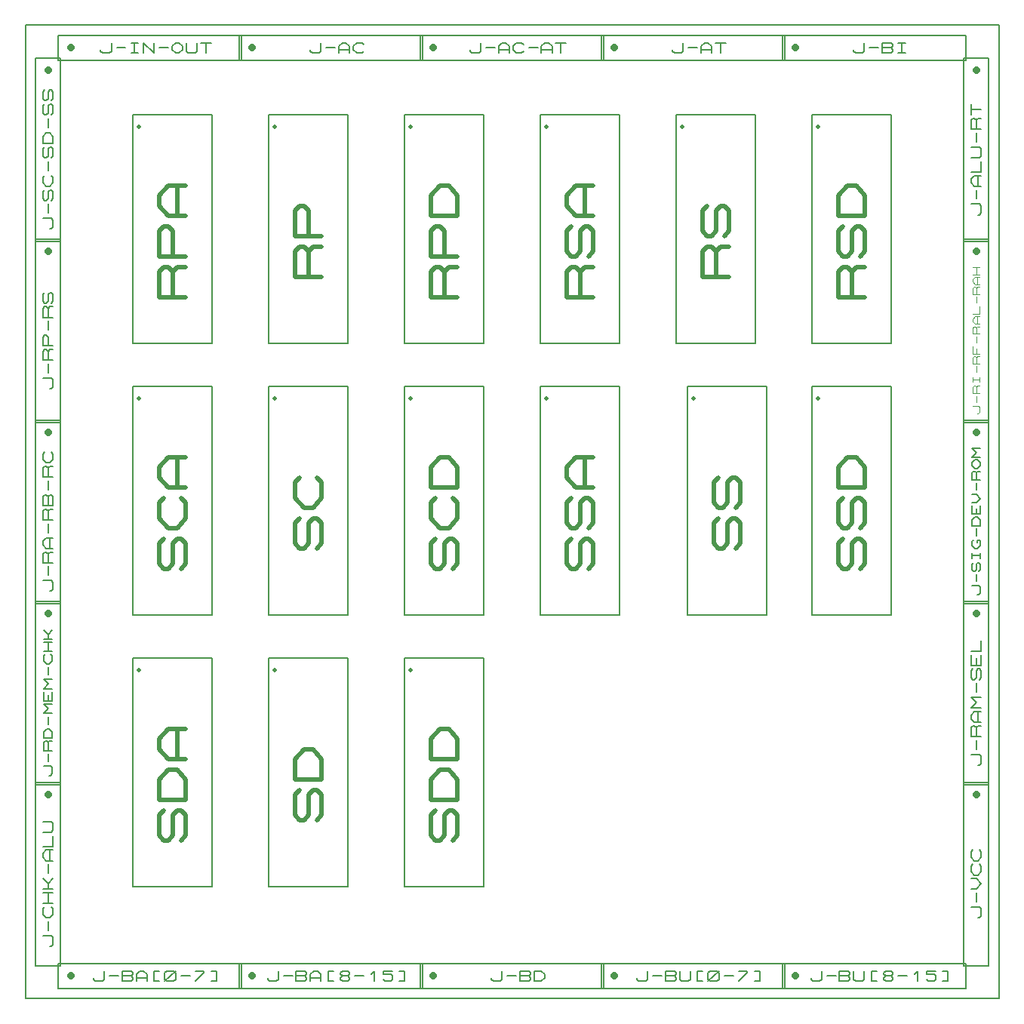
<source format=gbr>
G04 PROTEUS GERBER X2 FILE*
%TF.GenerationSoftware,Labcenter,Proteus,8.13-SP0-Build31525*%
%TF.CreationDate,2022-07-18T16:48:07+00:00*%
%TF.FileFunction,AssemblyDrawing,Top*%
%TF.FilePolarity,Positive*%
%TF.Part,Single*%
%TF.SameCoordinates,{41493df7-e33e-458f-ac9c-d164e56dbbe3}*%
%FSLAX45Y45*%
%MOMM*%
G01*
%TA.AperFunction,Profile*%
%ADD15C,0.203200*%
%TA.AperFunction,Material*%
%ADD16C,0.203200*%
%ADD20C,0.812800*%
%ADD21C,0.177800*%
%ADD22C,0.154510*%
%ADD23C,0.123610*%
%ADD24C,0.142630*%
%ADD25C,0.508000*%
%ADD26C,0.507080*%
%TD.AperFunction*%
D15*
X-5461000Y-5715000D02*
X+5461000Y-5715000D01*
X+5461000Y+5207000D01*
X-5461000Y+5207000D01*
X-5461000Y-5715000D01*
D16*
X-3058160Y+4815840D02*
X-1005840Y+4815840D01*
X-1005840Y+5090160D01*
X-3058160Y+5090160D01*
X-3058160Y+4815840D01*
D20*
X-2921000Y+4953000D02*
X-2921000Y+4953000D01*
D21*
X-2263140Y+4935220D02*
X-2263140Y+4917440D01*
X-2243138Y+4899660D01*
X-2163128Y+4899660D01*
X-2143125Y+4917440D01*
X-2143125Y+5006340D01*
X-2083118Y+4953000D02*
X-1983105Y+4953000D01*
X-1943100Y+4899660D02*
X-1943100Y+4970780D01*
X-1903095Y+5006340D01*
X-1863090Y+5006340D01*
X-1823085Y+4970780D01*
X-1823085Y+4899660D01*
X-1943100Y+4935220D02*
X-1823085Y+4935220D01*
X-1663065Y+4917440D02*
X-1683068Y+4899660D01*
X-1743075Y+4899660D01*
X-1783080Y+4935220D01*
X-1783080Y+4970780D01*
X-1743075Y+5006340D01*
X-1683068Y+5006340D01*
X-1663065Y+4988560D01*
D16*
X-1026160Y+4815840D02*
X+1026160Y+4815840D01*
X+1026160Y+5090160D01*
X-1026160Y+5090160D01*
X-1026160Y+4815840D01*
D20*
X-889000Y+4953000D02*
X-889000Y+4953000D01*
D21*
X-471170Y+4935220D02*
X-471170Y+4917440D01*
X-451168Y+4899660D01*
X-371158Y+4899660D01*
X-351155Y+4917440D01*
X-351155Y+5006340D01*
X-291148Y+4953000D02*
X-191135Y+4953000D01*
X-151130Y+4899660D02*
X-151130Y+4970780D01*
X-111125Y+5006340D01*
X-71120Y+5006340D01*
X-31115Y+4970780D01*
X-31115Y+4899660D01*
X-151130Y+4935220D02*
X-31115Y+4935220D01*
X+128905Y+4917440D02*
X+108902Y+4899660D01*
X+48895Y+4899660D01*
X+8890Y+4935220D01*
X+8890Y+4970780D01*
X+48895Y+5006340D01*
X+108902Y+5006340D01*
X+128905Y+4988560D01*
X+188912Y+4953000D02*
X+288925Y+4953000D01*
X+328930Y+4899660D02*
X+328930Y+4970780D01*
X+368935Y+5006340D01*
X+408940Y+5006340D01*
X+448945Y+4970780D01*
X+448945Y+4899660D01*
X+328930Y+4935220D02*
X+448945Y+4935220D01*
X+488950Y+5006340D02*
X+608965Y+5006340D01*
X+548957Y+5006340D02*
X+548957Y+4899660D01*
D16*
X+1005840Y+4815840D02*
X+3058160Y+4815840D01*
X+3058160Y+5090160D01*
X+1005840Y+5090160D01*
X+1005840Y+4815840D01*
D20*
X+1143000Y+4953000D02*
X+1143000Y+4953000D01*
D21*
X+1800860Y+4935220D02*
X+1800860Y+4917440D01*
X+1820862Y+4899660D01*
X+1900872Y+4899660D01*
X+1920875Y+4917440D01*
X+1920875Y+5006340D01*
X+1980882Y+4953000D02*
X+2080895Y+4953000D01*
X+2120900Y+4899660D02*
X+2120900Y+4970780D01*
X+2160905Y+5006340D01*
X+2200910Y+5006340D01*
X+2240915Y+4970780D01*
X+2240915Y+4899660D01*
X+2120900Y+4935220D02*
X+2240915Y+4935220D01*
X+2280920Y+5006340D02*
X+2400935Y+5006340D01*
X+2340927Y+5006340D02*
X+2340927Y+4899660D01*
D16*
X+3037840Y+4815840D02*
X+5090160Y+4815840D01*
X+5090160Y+5090160D01*
X+3037840Y+5090160D01*
X+3037840Y+4815840D01*
D20*
X+3175000Y+4953000D02*
X+3175000Y+4953000D01*
D21*
X+3832860Y+4935220D02*
X+3832860Y+4917440D01*
X+3852862Y+4899660D01*
X+3932872Y+4899660D01*
X+3952875Y+4917440D01*
X+3952875Y+5006340D01*
X+4012882Y+4953000D02*
X+4112895Y+4953000D01*
X+4152900Y+4899660D02*
X+4152900Y+5006340D01*
X+4252912Y+5006340D01*
X+4272915Y+4988560D01*
X+4272915Y+4970780D01*
X+4252912Y+4953000D01*
X+4272915Y+4935220D01*
X+4272915Y+4917440D01*
X+4252912Y+4899660D01*
X+4152900Y+4899660D01*
X+4152900Y+4953000D02*
X+4252912Y+4953000D01*
X+4332922Y+5006340D02*
X+4412932Y+5006340D01*
X+4372927Y+5006340D02*
X+4372927Y+4899660D01*
X+4332922Y+4899660D02*
X+4412932Y+4899660D01*
D16*
X-5090160Y+4815840D02*
X-3037840Y+4815840D01*
X-3037840Y+5090160D01*
X-5090160Y+5090160D01*
X-5090160Y+4815840D01*
D20*
X-4953000Y+4953000D02*
X-4953000Y+4953000D01*
D21*
X-4615180Y+4935220D02*
X-4615180Y+4917440D01*
X-4595178Y+4899660D01*
X-4515168Y+4899660D01*
X-4495165Y+4917440D01*
X-4495165Y+5006340D01*
X-4435158Y+4953000D02*
X-4335145Y+4953000D01*
X-4275138Y+5006340D02*
X-4195128Y+5006340D01*
X-4235133Y+5006340D02*
X-4235133Y+4899660D01*
X-4275138Y+4899660D02*
X-4195128Y+4899660D01*
X-4135120Y+4899660D02*
X-4135120Y+5006340D01*
X-4015105Y+4899660D01*
X-4015105Y+5006340D01*
X-3955098Y+4953000D02*
X-3855085Y+4953000D01*
X-3815080Y+4970780D02*
X-3775075Y+5006340D01*
X-3735070Y+5006340D01*
X-3695065Y+4970780D01*
X-3695065Y+4935220D01*
X-3735070Y+4899660D01*
X-3775075Y+4899660D01*
X-3815080Y+4935220D01*
X-3815080Y+4970780D01*
X-3655060Y+5006340D02*
X-3655060Y+4917440D01*
X-3635058Y+4899660D01*
X-3555048Y+4899660D01*
X-3535045Y+4917440D01*
X-3535045Y+5006340D01*
X-3495040Y+5006340D02*
X-3375025Y+5006340D01*
X-3435033Y+5006340D02*
X-3435033Y+4899660D01*
D16*
X-5090160Y-5598160D02*
X-3037840Y-5598160D01*
X-3037840Y-5323840D01*
X-5090160Y-5323840D01*
X-5090160Y-5598160D01*
D20*
X-4953000Y-5461000D02*
X-4953000Y-5461000D01*
D21*
X-4695190Y-5478780D02*
X-4695190Y-5496560D01*
X-4675188Y-5514340D01*
X-4595178Y-5514340D01*
X-4575175Y-5496560D01*
X-4575175Y-5407660D01*
X-4515168Y-5461000D02*
X-4415155Y-5461000D01*
X-4375150Y-5514340D02*
X-4375150Y-5407660D01*
X-4275138Y-5407660D01*
X-4255135Y-5425440D01*
X-4255135Y-5443220D01*
X-4275138Y-5461000D01*
X-4255135Y-5478780D01*
X-4255135Y-5496560D01*
X-4275138Y-5514340D01*
X-4375150Y-5514340D01*
X-4375150Y-5461000D02*
X-4275138Y-5461000D01*
X-4215130Y-5514340D02*
X-4215130Y-5443220D01*
X-4175125Y-5407660D01*
X-4135120Y-5407660D01*
X-4095115Y-5443220D01*
X-4095115Y-5514340D01*
X-4215130Y-5478780D02*
X-4095115Y-5478780D01*
X-3955098Y-5407660D02*
X-4015105Y-5407660D01*
X-4015105Y-5514340D01*
X-3955098Y-5514340D01*
X-3895090Y-5496560D02*
X-3895090Y-5425440D01*
X-3875088Y-5407660D01*
X-3795078Y-5407660D01*
X-3775075Y-5425440D01*
X-3775075Y-5496560D01*
X-3795078Y-5514340D01*
X-3875088Y-5514340D01*
X-3895090Y-5496560D01*
X-3895090Y-5514340D02*
X-3775075Y-5407660D01*
X-3715068Y-5461000D02*
X-3615055Y-5461000D01*
X-3555048Y-5407660D02*
X-3455035Y-5407660D01*
X-3455035Y-5425440D01*
X-3555048Y-5514340D01*
X-3375025Y-5407660D02*
X-3315018Y-5407660D01*
X-3315018Y-5514340D01*
X-3375025Y-5514340D01*
D16*
X-3058160Y-5598160D02*
X-1005840Y-5598160D01*
X-1005840Y-5323840D01*
X-3058160Y-5323840D01*
X-3058160Y-5598160D01*
D20*
X-2921000Y-5461000D02*
X-2921000Y-5461000D01*
D21*
X-2743200Y-5478780D02*
X-2743200Y-5496560D01*
X-2723198Y-5514340D01*
X-2643188Y-5514340D01*
X-2623185Y-5496560D01*
X-2623185Y-5407660D01*
X-2563178Y-5461000D02*
X-2463165Y-5461000D01*
X-2423160Y-5514340D02*
X-2423160Y-5407660D01*
X-2323148Y-5407660D01*
X-2303145Y-5425440D01*
X-2303145Y-5443220D01*
X-2323148Y-5461000D01*
X-2303145Y-5478780D01*
X-2303145Y-5496560D01*
X-2323148Y-5514340D01*
X-2423160Y-5514340D01*
X-2423160Y-5461000D02*
X-2323148Y-5461000D01*
X-2263140Y-5514340D02*
X-2263140Y-5443220D01*
X-2223135Y-5407660D01*
X-2183130Y-5407660D01*
X-2143125Y-5443220D01*
X-2143125Y-5514340D01*
X-2263140Y-5478780D02*
X-2143125Y-5478780D01*
X-2003108Y-5407660D02*
X-2063115Y-5407660D01*
X-2063115Y-5514340D01*
X-2003108Y-5514340D01*
X-1903095Y-5461000D02*
X-1923098Y-5443220D01*
X-1923098Y-5425440D01*
X-1903095Y-5407660D01*
X-1843088Y-5407660D01*
X-1823085Y-5425440D01*
X-1823085Y-5443220D01*
X-1843088Y-5461000D01*
X-1903095Y-5461000D01*
X-1923098Y-5478780D01*
X-1923098Y-5496560D01*
X-1903095Y-5514340D01*
X-1843088Y-5514340D01*
X-1823085Y-5496560D01*
X-1823085Y-5478780D01*
X-1843088Y-5461000D01*
X-1763078Y-5461000D02*
X-1663065Y-5461000D01*
X-1583055Y-5443220D02*
X-1543050Y-5407660D01*
X-1543050Y-5514340D01*
X-1343025Y-5407660D02*
X-1443038Y-5407660D01*
X-1443038Y-5443220D01*
X-1363028Y-5443220D01*
X-1343025Y-5461000D01*
X-1343025Y-5496560D01*
X-1363028Y-5514340D01*
X-1423035Y-5514340D01*
X-1443038Y-5496560D01*
X-1263015Y-5407660D02*
X-1203008Y-5407660D01*
X-1203008Y-5514340D01*
X-1263015Y-5514340D01*
D16*
X-1026160Y-5598160D02*
X+1026160Y-5598160D01*
X+1026160Y-5323840D01*
X-1026160Y-5323840D01*
X-1026160Y-5598160D01*
D20*
X-889000Y-5461000D02*
X-889000Y-5461000D01*
D21*
X-231140Y-5478780D02*
X-231140Y-5496560D01*
X-211138Y-5514340D01*
X-131128Y-5514340D01*
X-111125Y-5496560D01*
X-111125Y-5407660D01*
X-51118Y-5461000D02*
X+48895Y-5461000D01*
X+88900Y-5514340D02*
X+88900Y-5407660D01*
X+188912Y-5407660D01*
X+208915Y-5425440D01*
X+208915Y-5443220D01*
X+188912Y-5461000D01*
X+208915Y-5478780D01*
X+208915Y-5496560D01*
X+188912Y-5514340D01*
X+88900Y-5514340D01*
X+88900Y-5461000D02*
X+188912Y-5461000D01*
X+248920Y-5514340D02*
X+248920Y-5407660D01*
X+328930Y-5407660D01*
X+368935Y-5443220D01*
X+368935Y-5478780D01*
X+328930Y-5514340D01*
X+248920Y-5514340D01*
D16*
X+1005840Y-5598160D02*
X+3058160Y-5598160D01*
X+3058160Y-5323840D01*
X+1005840Y-5323840D01*
X+1005840Y-5598160D01*
D20*
X+1143000Y-5461000D02*
X+1143000Y-5461000D01*
D21*
X+1400810Y-5478780D02*
X+1400810Y-5496560D01*
X+1420812Y-5514340D01*
X+1500822Y-5514340D01*
X+1520825Y-5496560D01*
X+1520825Y-5407660D01*
X+1580832Y-5461000D02*
X+1680845Y-5461000D01*
X+1720850Y-5514340D02*
X+1720850Y-5407660D01*
X+1820862Y-5407660D01*
X+1840865Y-5425440D01*
X+1840865Y-5443220D01*
X+1820862Y-5461000D01*
X+1840865Y-5478780D01*
X+1840865Y-5496560D01*
X+1820862Y-5514340D01*
X+1720850Y-5514340D01*
X+1720850Y-5461000D02*
X+1820862Y-5461000D01*
X+1880870Y-5407660D02*
X+1880870Y-5496560D01*
X+1900872Y-5514340D01*
X+1980882Y-5514340D01*
X+2000885Y-5496560D01*
X+2000885Y-5407660D01*
X+2140902Y-5407660D02*
X+2080895Y-5407660D01*
X+2080895Y-5514340D01*
X+2140902Y-5514340D01*
X+2200910Y-5496560D02*
X+2200910Y-5425440D01*
X+2220912Y-5407660D01*
X+2300922Y-5407660D01*
X+2320925Y-5425440D01*
X+2320925Y-5496560D01*
X+2300922Y-5514340D01*
X+2220912Y-5514340D01*
X+2200910Y-5496560D01*
X+2200910Y-5514340D02*
X+2320925Y-5407660D01*
X+2380932Y-5461000D02*
X+2480945Y-5461000D01*
X+2540952Y-5407660D02*
X+2640965Y-5407660D01*
X+2640965Y-5425440D01*
X+2540952Y-5514340D01*
X+2720975Y-5407660D02*
X+2780982Y-5407660D01*
X+2780982Y-5514340D01*
X+2720975Y-5514340D01*
D16*
X+3037840Y-5598160D02*
X+5090160Y-5598160D01*
X+5090160Y-5323840D01*
X+3037840Y-5323840D01*
X+3037840Y-5598160D01*
D20*
X+3175000Y-5461000D02*
X+3175000Y-5461000D01*
D21*
X+3352800Y-5478780D02*
X+3352800Y-5496560D01*
X+3372802Y-5514340D01*
X+3452812Y-5514340D01*
X+3472815Y-5496560D01*
X+3472815Y-5407660D01*
X+3532822Y-5461000D02*
X+3632835Y-5461000D01*
X+3672840Y-5514340D02*
X+3672840Y-5407660D01*
X+3772852Y-5407660D01*
X+3792855Y-5425440D01*
X+3792855Y-5443220D01*
X+3772852Y-5461000D01*
X+3792855Y-5478780D01*
X+3792855Y-5496560D01*
X+3772852Y-5514340D01*
X+3672840Y-5514340D01*
X+3672840Y-5461000D02*
X+3772852Y-5461000D01*
X+3832860Y-5407660D02*
X+3832860Y-5496560D01*
X+3852862Y-5514340D01*
X+3932872Y-5514340D01*
X+3952875Y-5496560D01*
X+3952875Y-5407660D01*
X+4092892Y-5407660D02*
X+4032885Y-5407660D01*
X+4032885Y-5514340D01*
X+4092892Y-5514340D01*
X+4192905Y-5461000D02*
X+4172902Y-5443220D01*
X+4172902Y-5425440D01*
X+4192905Y-5407660D01*
X+4252912Y-5407660D01*
X+4272915Y-5425440D01*
X+4272915Y-5443220D01*
X+4252912Y-5461000D01*
X+4192905Y-5461000D01*
X+4172902Y-5478780D01*
X+4172902Y-5496560D01*
X+4192905Y-5514340D01*
X+4252912Y-5514340D01*
X+4272915Y-5496560D01*
X+4272915Y-5478780D01*
X+4252912Y-5461000D01*
X+4332922Y-5461000D02*
X+4432935Y-5461000D01*
X+4512945Y-5443220D02*
X+4552950Y-5407660D01*
X+4552950Y-5514340D01*
X+4752975Y-5407660D02*
X+4652962Y-5407660D01*
X+4652962Y-5443220D01*
X+4732972Y-5443220D01*
X+4752975Y-5461000D01*
X+4752975Y-5496560D01*
X+4732972Y-5514340D01*
X+4672965Y-5514340D01*
X+4652962Y-5496560D01*
X+4832985Y-5407660D02*
X+4892992Y-5407660D01*
X+4892992Y-5514340D01*
X+4832985Y-5514340D01*
D16*
X-5344160Y+2783840D02*
X-5069840Y+2783840D01*
X-5069840Y+4836160D01*
X-5344160Y+4836160D01*
X-5344160Y+2783840D01*
D20*
X-5207000Y+4699000D02*
X-5207000Y+4699000D01*
D21*
X-5189220Y+2921000D02*
X-5171440Y+2921000D01*
X-5153660Y+2941002D01*
X-5153660Y+3021012D01*
X-5171440Y+3041015D01*
X-5260340Y+3041015D01*
X-5207000Y+3101022D02*
X-5207000Y+3201035D01*
X-5171440Y+3241040D02*
X-5153660Y+3261042D01*
X-5153660Y+3341052D01*
X-5171440Y+3361055D01*
X-5189220Y+3361055D01*
X-5207000Y+3341052D01*
X-5207000Y+3261042D01*
X-5224780Y+3241040D01*
X-5242560Y+3241040D01*
X-5260340Y+3261042D01*
X-5260340Y+3341052D01*
X-5242560Y+3361055D01*
X-5171440Y+3521075D02*
X-5153660Y+3501072D01*
X-5153660Y+3441065D01*
X-5189220Y+3401060D01*
X-5224780Y+3401060D01*
X-5260340Y+3441065D01*
X-5260340Y+3501072D01*
X-5242560Y+3521075D01*
X-5207000Y+3581082D02*
X-5207000Y+3681095D01*
X-5171440Y+3721100D02*
X-5153660Y+3741102D01*
X-5153660Y+3821112D01*
X-5171440Y+3841115D01*
X-5189220Y+3841115D01*
X-5207000Y+3821112D01*
X-5207000Y+3741102D01*
X-5224780Y+3721100D01*
X-5242560Y+3721100D01*
X-5260340Y+3741102D01*
X-5260340Y+3821112D01*
X-5242560Y+3841115D01*
X-5153660Y+3881120D02*
X-5260340Y+3881120D01*
X-5260340Y+3961130D01*
X-5224780Y+4001135D01*
X-5189220Y+4001135D01*
X-5153660Y+3961130D01*
X-5153660Y+3881120D01*
X-5207000Y+4061142D02*
X-5207000Y+4161155D01*
X-5171440Y+4201160D02*
X-5153660Y+4221162D01*
X-5153660Y+4301172D01*
X-5171440Y+4321175D01*
X-5189220Y+4321175D01*
X-5207000Y+4301172D01*
X-5207000Y+4221162D01*
X-5224780Y+4201160D01*
X-5242560Y+4201160D01*
X-5260340Y+4221162D01*
X-5260340Y+4301172D01*
X-5242560Y+4321175D01*
X-5171440Y+4361180D02*
X-5153660Y+4381182D01*
X-5153660Y+4461192D01*
X-5171440Y+4481195D01*
X-5189220Y+4481195D01*
X-5207000Y+4461192D01*
X-5207000Y+4381182D01*
X-5224780Y+4361180D01*
X-5242560Y+4361180D01*
X-5260340Y+4381182D01*
X-5260340Y+4461192D01*
X-5242560Y+4481195D01*
D16*
X-5344160Y+751840D02*
X-5069840Y+751840D01*
X-5069840Y+2804160D01*
X-5344160Y+2804160D01*
X-5344160Y+751840D01*
D20*
X-5207000Y+2667000D02*
X-5207000Y+2667000D01*
D21*
X-5189220Y+1129030D02*
X-5171440Y+1129030D01*
X-5153660Y+1149032D01*
X-5153660Y+1229042D01*
X-5171440Y+1249045D01*
X-5260340Y+1249045D01*
X-5207000Y+1309052D02*
X-5207000Y+1409065D01*
X-5153660Y+1449070D02*
X-5260340Y+1449070D01*
X-5260340Y+1549082D01*
X-5242560Y+1569085D01*
X-5224780Y+1569085D01*
X-5207000Y+1549082D01*
X-5207000Y+1449070D01*
X-5207000Y+1549082D02*
X-5189220Y+1569085D01*
X-5153660Y+1569085D01*
X-5153660Y+1609090D02*
X-5260340Y+1609090D01*
X-5260340Y+1709102D01*
X-5242560Y+1729105D01*
X-5224780Y+1729105D01*
X-5207000Y+1709102D01*
X-5207000Y+1609090D01*
X-5207000Y+1789112D02*
X-5207000Y+1889125D01*
X-5153660Y+1929130D02*
X-5260340Y+1929130D01*
X-5260340Y+2029142D01*
X-5242560Y+2049145D01*
X-5224780Y+2049145D01*
X-5207000Y+2029142D01*
X-5207000Y+1929130D01*
X-5207000Y+2029142D02*
X-5189220Y+2049145D01*
X-5153660Y+2049145D01*
X-5171440Y+2089150D02*
X-5153660Y+2109152D01*
X-5153660Y+2189162D01*
X-5171440Y+2209165D01*
X-5189220Y+2209165D01*
X-5207000Y+2189162D01*
X-5207000Y+2109152D01*
X-5224780Y+2089150D01*
X-5242560Y+2089150D01*
X-5260340Y+2109152D01*
X-5260340Y+2189162D01*
X-5242560Y+2209165D01*
D16*
X-5344160Y-1280160D02*
X-5069840Y-1280160D01*
X-5069840Y+772160D01*
X-5344160Y+772160D01*
X-5344160Y-1280160D01*
D20*
X-5207000Y+635000D02*
X-5207000Y+635000D01*
D21*
X-5189220Y-1143000D02*
X-5171440Y-1143000D01*
X-5153660Y-1122998D01*
X-5153660Y-1042988D01*
X-5171440Y-1022985D01*
X-5260340Y-1022985D01*
X-5207000Y-962978D02*
X-5207000Y-862965D01*
X-5153660Y-822960D02*
X-5260340Y-822960D01*
X-5260340Y-722948D01*
X-5242560Y-702945D01*
X-5224780Y-702945D01*
X-5207000Y-722948D01*
X-5207000Y-822960D01*
X-5207000Y-722948D02*
X-5189220Y-702945D01*
X-5153660Y-702945D01*
X-5153660Y-662940D02*
X-5224780Y-662940D01*
X-5260340Y-622935D01*
X-5260340Y-582930D01*
X-5224780Y-542925D01*
X-5153660Y-542925D01*
X-5189220Y-662940D02*
X-5189220Y-542925D01*
X-5207000Y-482918D02*
X-5207000Y-382905D01*
X-5153660Y-342900D02*
X-5260340Y-342900D01*
X-5260340Y-242888D01*
X-5242560Y-222885D01*
X-5224780Y-222885D01*
X-5207000Y-242888D01*
X-5207000Y-342900D01*
X-5207000Y-242888D02*
X-5189220Y-222885D01*
X-5153660Y-222885D01*
X-5153660Y-182880D02*
X-5260340Y-182880D01*
X-5260340Y-82868D01*
X-5242560Y-62865D01*
X-5224780Y-62865D01*
X-5207000Y-82868D01*
X-5189220Y-62865D01*
X-5171440Y-62865D01*
X-5153660Y-82868D01*
X-5153660Y-182880D01*
X-5207000Y-182880D02*
X-5207000Y-82868D01*
X-5207000Y-2858D02*
X-5207000Y+97155D01*
X-5153660Y+137160D02*
X-5260340Y+137160D01*
X-5260340Y+237172D01*
X-5242560Y+257175D01*
X-5224780Y+257175D01*
X-5207000Y+237172D01*
X-5207000Y+137160D01*
X-5207000Y+237172D02*
X-5189220Y+257175D01*
X-5153660Y+257175D01*
X-5171440Y+417195D02*
X-5153660Y+397192D01*
X-5153660Y+337185D01*
X-5189220Y+297180D01*
X-5224780Y+297180D01*
X-5260340Y+337185D01*
X-5260340Y+397192D01*
X-5242560Y+417195D01*
D16*
X-5344160Y-3312160D02*
X-5069840Y-3312160D01*
X-5069840Y-1259840D01*
X-5344160Y-1259840D01*
X-5344160Y-3312160D01*
D20*
X-5207000Y-1397000D02*
X-5207000Y-1397000D01*
D22*
X-5191548Y-3209284D02*
X-5176096Y-3209284D01*
X-5160645Y-3191901D01*
X-5160645Y-3122369D01*
X-5176096Y-3104986D01*
X-5253354Y-3104986D01*
X-5207000Y-3052837D02*
X-5207000Y-2965922D01*
X-5160645Y-2931156D02*
X-5253354Y-2931156D01*
X-5253354Y-2844241D01*
X-5237903Y-2826858D01*
X-5222451Y-2826858D01*
X-5207000Y-2844241D01*
X-5207000Y-2931156D01*
X-5207000Y-2844241D02*
X-5191548Y-2826858D01*
X-5160645Y-2826858D01*
X-5160645Y-2792092D02*
X-5253354Y-2792092D01*
X-5253354Y-2722560D01*
X-5222451Y-2687794D01*
X-5191548Y-2687794D01*
X-5160645Y-2722560D01*
X-5160645Y-2792092D01*
X-5207000Y-2635645D02*
X-5207000Y-2548730D01*
X-5160645Y-2513964D02*
X-5253354Y-2513964D01*
X-5207000Y-2461815D01*
X-5253354Y-2409666D01*
X-5160645Y-2409666D01*
X-5160645Y-2270602D02*
X-5160645Y-2374900D01*
X-5253354Y-2374900D01*
X-5253354Y-2270602D01*
X-5207000Y-2374900D02*
X-5207000Y-2305368D01*
X-5160645Y-2235836D02*
X-5253354Y-2235836D01*
X-5207000Y-2183687D01*
X-5253354Y-2131538D01*
X-5160645Y-2131538D01*
X-5207000Y-2079389D02*
X-5207000Y-1992474D01*
X-5176096Y-1853410D02*
X-5160645Y-1870793D01*
X-5160645Y-1922942D01*
X-5191548Y-1957708D01*
X-5222451Y-1957708D01*
X-5253354Y-1922942D01*
X-5253354Y-1870793D01*
X-5237903Y-1853410D01*
X-5160645Y-1818644D02*
X-5253354Y-1818644D01*
X-5253354Y-1714346D02*
X-5160645Y-1714346D01*
X-5207000Y-1818644D02*
X-5207000Y-1714346D01*
X-5253354Y-1679580D02*
X-5160645Y-1679580D01*
X-5253354Y-1575282D02*
X-5207000Y-1627431D01*
X-5160645Y-1575282D01*
X-5207000Y-1679580D02*
X-5207000Y-1627431D01*
D16*
X-5344160Y-5344160D02*
X-5069840Y-5344160D01*
X-5069840Y-3291840D01*
X-5344160Y-3291840D01*
X-5344160Y-5344160D01*
D20*
X-5207000Y-3429000D02*
X-5207000Y-3429000D01*
D21*
X-5189220Y-5126990D02*
X-5171440Y-5126990D01*
X-5153660Y-5106988D01*
X-5153660Y-5026978D01*
X-5171440Y-5006975D01*
X-5260340Y-5006975D01*
X-5207000Y-4946968D02*
X-5207000Y-4846955D01*
X-5171440Y-4686935D02*
X-5153660Y-4706938D01*
X-5153660Y-4766945D01*
X-5189220Y-4806950D01*
X-5224780Y-4806950D01*
X-5260340Y-4766945D01*
X-5260340Y-4706938D01*
X-5242560Y-4686935D01*
X-5153660Y-4646930D02*
X-5260340Y-4646930D01*
X-5260340Y-4526915D02*
X-5153660Y-4526915D01*
X-5207000Y-4646930D02*
X-5207000Y-4526915D01*
X-5260340Y-4486910D02*
X-5153660Y-4486910D01*
X-5260340Y-4366895D02*
X-5207000Y-4426903D01*
X-5153660Y-4366895D01*
X-5207000Y-4486910D02*
X-5207000Y-4426903D01*
X-5207000Y-4306888D02*
X-5207000Y-4206875D01*
X-5153660Y-4166870D02*
X-5224780Y-4166870D01*
X-5260340Y-4126865D01*
X-5260340Y-4086860D01*
X-5224780Y-4046855D01*
X-5153660Y-4046855D01*
X-5189220Y-4166870D02*
X-5189220Y-4046855D01*
X-5260340Y-4006850D02*
X-5153660Y-4006850D01*
X-5153660Y-3886835D01*
X-5260340Y-3846830D02*
X-5171440Y-3846830D01*
X-5153660Y-3826828D01*
X-5153660Y-3746818D01*
X-5171440Y-3726815D01*
X-5260340Y-3726815D01*
D16*
X+5069840Y+2783840D02*
X+5344160Y+2783840D01*
X+5344160Y+4836160D01*
X+5069840Y+4836160D01*
X+5069840Y+2783840D01*
D20*
X+5207000Y+4699000D02*
X+5207000Y+4699000D01*
D21*
X+5224780Y+3081020D02*
X+5242560Y+3081020D01*
X+5260340Y+3101022D01*
X+5260340Y+3181032D01*
X+5242560Y+3201035D01*
X+5153660Y+3201035D01*
X+5207000Y+3261042D02*
X+5207000Y+3361055D01*
X+5260340Y+3401060D02*
X+5189220Y+3401060D01*
X+5153660Y+3441065D01*
X+5153660Y+3481070D01*
X+5189220Y+3521075D01*
X+5260340Y+3521075D01*
X+5224780Y+3401060D02*
X+5224780Y+3521075D01*
X+5153660Y+3561080D02*
X+5260340Y+3561080D01*
X+5260340Y+3681095D01*
X+5153660Y+3721100D02*
X+5242560Y+3721100D01*
X+5260340Y+3741102D01*
X+5260340Y+3821112D01*
X+5242560Y+3841115D01*
X+5153660Y+3841115D01*
X+5207000Y+3901122D02*
X+5207000Y+4001135D01*
X+5260340Y+4041140D02*
X+5153660Y+4041140D01*
X+5153660Y+4141152D01*
X+5171440Y+4161155D01*
X+5189220Y+4161155D01*
X+5207000Y+4141152D01*
X+5207000Y+4041140D01*
X+5207000Y+4141152D02*
X+5224780Y+4161155D01*
X+5260340Y+4161155D01*
X+5153660Y+4201160D02*
X+5153660Y+4321175D01*
X+5153660Y+4261167D02*
X+5260340Y+4261167D01*
D16*
X+5069840Y+751840D02*
X+5344160Y+751840D01*
X+5344160Y+2804160D01*
X+5069840Y+2804160D01*
X+5069840Y+751840D01*
D20*
X+5207000Y+2667000D02*
X+5207000Y+2667000D01*
D23*
X+5219361Y+854718D02*
X+5231723Y+854718D01*
X+5244084Y+868624D01*
X+5244084Y+924249D01*
X+5231723Y+938156D01*
X+5169916Y+938156D01*
X+5207000Y+979875D02*
X+5207000Y+1049407D01*
X+5244084Y+1077220D02*
X+5169916Y+1077220D01*
X+5169916Y+1146751D01*
X+5182277Y+1160658D01*
X+5194639Y+1160658D01*
X+5207000Y+1146751D01*
X+5207000Y+1077220D01*
X+5207000Y+1146751D02*
X+5219361Y+1160658D01*
X+5244084Y+1160658D01*
X+5169916Y+1202377D02*
X+5169916Y+1258002D01*
X+5169916Y+1230190D02*
X+5244084Y+1230190D01*
X+5244084Y+1202377D02*
X+5244084Y+1258002D01*
X+5207000Y+1313628D02*
X+5207000Y+1383160D01*
X+5244084Y+1410973D02*
X+5169916Y+1410973D01*
X+5169916Y+1480504D01*
X+5182277Y+1494411D01*
X+5194639Y+1494411D01*
X+5207000Y+1480504D01*
X+5207000Y+1410973D01*
X+5207000Y+1480504D02*
X+5219361Y+1494411D01*
X+5244084Y+1494411D01*
X+5244084Y+1522224D02*
X+5169916Y+1522224D01*
X+5169916Y+1605662D01*
X+5207000Y+1522224D02*
X+5207000Y+1577849D01*
X+5207000Y+1647381D02*
X+5207000Y+1716913D01*
X+5244084Y+1744726D02*
X+5169916Y+1744726D01*
X+5169916Y+1814257D01*
X+5182277Y+1828164D01*
X+5194639Y+1828164D01*
X+5207000Y+1814257D01*
X+5207000Y+1744726D01*
X+5207000Y+1814257D02*
X+5219361Y+1828164D01*
X+5244084Y+1828164D01*
X+5244084Y+1855977D02*
X+5194639Y+1855977D01*
X+5169916Y+1883789D01*
X+5169916Y+1911602D01*
X+5194639Y+1939415D01*
X+5244084Y+1939415D01*
X+5219361Y+1855977D02*
X+5219361Y+1939415D01*
X+5169916Y+1967228D02*
X+5244084Y+1967228D01*
X+5244084Y+2050666D01*
X+5207000Y+2092385D02*
X+5207000Y+2161917D01*
X+5244084Y+2189730D02*
X+5169916Y+2189730D01*
X+5169916Y+2259261D01*
X+5182277Y+2273168D01*
X+5194639Y+2273168D01*
X+5207000Y+2259261D01*
X+5207000Y+2189730D01*
X+5207000Y+2259261D02*
X+5219361Y+2273168D01*
X+5244084Y+2273168D01*
X+5244084Y+2300981D02*
X+5194639Y+2300981D01*
X+5169916Y+2328793D01*
X+5169916Y+2356606D01*
X+5194639Y+2384419D01*
X+5244084Y+2384419D01*
X+5219361Y+2300981D02*
X+5219361Y+2384419D01*
X+5244084Y+2412232D02*
X+5169916Y+2412232D01*
X+5169916Y+2495670D02*
X+5244084Y+2495670D01*
X+5207000Y+2412232D02*
X+5207000Y+2495670D01*
D16*
X+5069840Y-1280160D02*
X+5344160Y-1280160D01*
X+5344160Y+772160D01*
X+5069840Y+772160D01*
X+5069840Y-1280160D01*
D20*
X+5207000Y+635000D02*
X+5207000Y+635000D01*
D24*
X+5221263Y-1177285D02*
X+5235526Y-1177285D01*
X+5249789Y-1161240D01*
X+5249789Y-1097056D01*
X+5235526Y-1081010D01*
X+5164211Y-1081010D01*
X+5207000Y-1032873D02*
X+5207000Y-952643D01*
X+5235526Y-920551D02*
X+5249789Y-904506D01*
X+5249789Y-840322D01*
X+5235526Y-824276D01*
X+5221263Y-824276D01*
X+5207000Y-840322D01*
X+5207000Y-904506D01*
X+5192737Y-920551D01*
X+5178474Y-920551D01*
X+5164211Y-904506D01*
X+5164211Y-840322D01*
X+5178474Y-824276D01*
X+5164211Y-776139D02*
X+5164211Y-711955D01*
X+5164211Y-744047D02*
X+5249789Y-744047D01*
X+5249789Y-776139D02*
X+5249789Y-711955D01*
X+5221263Y-599634D02*
X+5221263Y-567542D01*
X+5249789Y-567542D01*
X+5249789Y-631726D01*
X+5221263Y-663817D01*
X+5192737Y-663817D01*
X+5164211Y-631726D01*
X+5164211Y-583588D01*
X+5178474Y-567542D01*
X+5207000Y-519405D02*
X+5207000Y-439175D01*
X+5249789Y-407083D02*
X+5164211Y-407083D01*
X+5164211Y-342900D01*
X+5192737Y-310808D01*
X+5221263Y-310808D01*
X+5249789Y-342900D01*
X+5249789Y-407083D01*
X+5249789Y-182441D02*
X+5249789Y-278716D01*
X+5164211Y-278716D01*
X+5164211Y-182441D01*
X+5207000Y-278716D02*
X+5207000Y-214533D01*
X+5164211Y-150349D02*
X+5207000Y-150349D01*
X+5249789Y-102212D01*
X+5207000Y-54074D01*
X+5164211Y-54074D01*
X+5207000Y-5937D02*
X+5207000Y+74293D01*
X+5249789Y+106385D02*
X+5164211Y+106385D01*
X+5164211Y+186614D01*
X+5178474Y+202660D01*
X+5192737Y+202660D01*
X+5207000Y+186614D01*
X+5207000Y+106385D01*
X+5207000Y+186614D02*
X+5221263Y+202660D01*
X+5249789Y+202660D01*
X+5192737Y+234752D02*
X+5164211Y+266843D01*
X+5164211Y+298935D01*
X+5192737Y+331027D01*
X+5221263Y+331027D01*
X+5249789Y+298935D01*
X+5249789Y+266843D01*
X+5221263Y+234752D01*
X+5192737Y+234752D01*
X+5249789Y+363119D02*
X+5164211Y+363119D01*
X+5207000Y+411256D01*
X+5164211Y+459394D01*
X+5249789Y+459394D01*
D16*
X+5069840Y-3312160D02*
X+5344160Y-3312160D01*
X+5344160Y-1259840D01*
X+5069840Y-1259840D01*
X+5069840Y-3312160D01*
D20*
X+5207000Y-1397000D02*
X+5207000Y-1397000D01*
D21*
X+5224780Y-3094990D02*
X+5242560Y-3094990D01*
X+5260340Y-3074988D01*
X+5260340Y-2994978D01*
X+5242560Y-2974975D01*
X+5153660Y-2974975D01*
X+5207000Y-2914968D02*
X+5207000Y-2814955D01*
X+5260340Y-2774950D02*
X+5153660Y-2774950D01*
X+5153660Y-2674938D01*
X+5171440Y-2654935D01*
X+5189220Y-2654935D01*
X+5207000Y-2674938D01*
X+5207000Y-2774950D01*
X+5207000Y-2674938D02*
X+5224780Y-2654935D01*
X+5260340Y-2654935D01*
X+5260340Y-2614930D02*
X+5189220Y-2614930D01*
X+5153660Y-2574925D01*
X+5153660Y-2534920D01*
X+5189220Y-2494915D01*
X+5260340Y-2494915D01*
X+5224780Y-2614930D02*
X+5224780Y-2494915D01*
X+5260340Y-2454910D02*
X+5153660Y-2454910D01*
X+5207000Y-2394903D01*
X+5153660Y-2334895D01*
X+5260340Y-2334895D01*
X+5207000Y-2274888D02*
X+5207000Y-2174875D01*
X+5242560Y-2134870D02*
X+5260340Y-2114868D01*
X+5260340Y-2034858D01*
X+5242560Y-2014855D01*
X+5224780Y-2014855D01*
X+5207000Y-2034858D01*
X+5207000Y-2114868D01*
X+5189220Y-2134870D01*
X+5171440Y-2134870D01*
X+5153660Y-2114868D01*
X+5153660Y-2034858D01*
X+5171440Y-2014855D01*
X+5260340Y-1854835D02*
X+5260340Y-1974850D01*
X+5153660Y-1974850D01*
X+5153660Y-1854835D01*
X+5207000Y-1974850D02*
X+5207000Y-1894840D01*
X+5153660Y-1814830D02*
X+5260340Y-1814830D01*
X+5260340Y-1694815D01*
D16*
X+5069840Y-5344160D02*
X+5344160Y-5344160D01*
X+5344160Y-3291840D01*
X+5069840Y-3291840D01*
X+5069840Y-5344160D01*
D20*
X+5207000Y-3429000D02*
X+5207000Y-3429000D01*
D21*
X+5224780Y-4806950D02*
X+5242560Y-4806950D01*
X+5260340Y-4786948D01*
X+5260340Y-4706938D01*
X+5242560Y-4686935D01*
X+5153660Y-4686935D01*
X+5207000Y-4626928D02*
X+5207000Y-4526915D01*
X+5153660Y-4486910D02*
X+5207000Y-4486910D01*
X+5260340Y-4426903D01*
X+5207000Y-4366895D01*
X+5153660Y-4366895D01*
X+5242560Y-4206875D02*
X+5260340Y-4226878D01*
X+5260340Y-4286885D01*
X+5224780Y-4326890D01*
X+5189220Y-4326890D01*
X+5153660Y-4286885D01*
X+5153660Y-4226878D01*
X+5171440Y-4206875D01*
X+5242560Y-4046855D02*
X+5260340Y-4066858D01*
X+5260340Y-4126865D01*
X+5224780Y-4166870D01*
X+5189220Y-4166870D01*
X+5153660Y-4126865D01*
X+5153660Y-4066858D01*
X+5171440Y-4046855D01*
D16*
X-2730500Y+1640840D02*
X-1841500Y+1640840D01*
X-1841500Y+4201160D01*
X-2730500Y+4201160D01*
X-2730500Y+1640840D01*
D25*
X-2667000Y+4064000D02*
X-2667000Y+4064000D01*
D26*
X-2133875Y+2383344D02*
X-2438126Y+2383344D01*
X-2438126Y+2668579D01*
X-2387417Y+2725626D01*
X-2336709Y+2725626D01*
X-2286000Y+2668579D01*
X-2286000Y+2383344D01*
X-2286000Y+2668579D02*
X-2235292Y+2725626D01*
X-2133875Y+2725626D01*
X-2133875Y+2839720D02*
X-2438126Y+2839720D01*
X-2438126Y+3124955D01*
X-2387417Y+3182002D01*
X-2336709Y+3182002D01*
X-2286000Y+3124955D01*
X-2286000Y+2839720D01*
D16*
X-4254500Y+1640840D02*
X-3365500Y+1640840D01*
X-3365500Y+4201160D01*
X-4254500Y+4201160D01*
X-4254500Y+1640840D01*
D25*
X-4191000Y+4064000D02*
X-4191000Y+4064000D01*
D26*
X-3657875Y+2155156D02*
X-3962126Y+2155156D01*
X-3962126Y+2440391D01*
X-3911417Y+2497438D01*
X-3860709Y+2497438D01*
X-3810000Y+2440391D01*
X-3810000Y+2155156D01*
X-3810000Y+2440391D02*
X-3759292Y+2497438D01*
X-3657875Y+2497438D01*
X-3657875Y+2611532D02*
X-3962126Y+2611532D01*
X-3962126Y+2896767D01*
X-3911417Y+2953814D01*
X-3860709Y+2953814D01*
X-3810000Y+2896767D01*
X-3810000Y+2611532D01*
X-3657875Y+3067908D02*
X-3860709Y+3067908D01*
X-3962126Y+3182002D01*
X-3962126Y+3296096D01*
X-3860709Y+3410190D01*
X-3657875Y+3410190D01*
X-3759292Y+3067908D02*
X-3759292Y+3410190D01*
D16*
X-1206500Y+1640840D02*
X-317500Y+1640840D01*
X-317500Y+4201160D01*
X-1206500Y+4201160D01*
X-1206500Y+1640840D01*
D25*
X-1143000Y+4064000D02*
X-1143000Y+4064000D01*
D26*
X-609875Y+2155156D02*
X-914126Y+2155156D01*
X-914126Y+2440391D01*
X-863417Y+2497438D01*
X-812709Y+2497438D01*
X-762000Y+2440391D01*
X-762000Y+2155156D01*
X-762000Y+2440391D02*
X-711292Y+2497438D01*
X-609875Y+2497438D01*
X-609875Y+2611532D02*
X-914126Y+2611532D01*
X-914126Y+2896767D01*
X-863417Y+2953814D01*
X-812709Y+2953814D01*
X-762000Y+2896767D01*
X-762000Y+2611532D01*
X-609875Y+3067908D02*
X-914126Y+3067908D01*
X-914126Y+3296096D01*
X-812709Y+3410190D01*
X-711292Y+3410190D01*
X-609875Y+3296096D01*
X-609875Y+3067908D01*
D16*
X-2730500Y-1407160D02*
X-1841500Y-1407160D01*
X-1841500Y+1153160D01*
X-2730500Y+1153160D01*
X-2730500Y-1407160D01*
D25*
X-2667000Y+1016000D02*
X-2667000Y+1016000D01*
D26*
X-2184583Y-664656D02*
X-2133875Y-607609D01*
X-2133875Y-379421D01*
X-2184583Y-322374D01*
X-2235292Y-322374D01*
X-2286000Y-379421D01*
X-2286000Y-607609D01*
X-2336709Y-664656D01*
X-2387417Y-664656D01*
X-2438126Y-607609D01*
X-2438126Y-379421D01*
X-2387417Y-322374D01*
X-2184583Y+134002D02*
X-2133875Y+76955D01*
X-2133875Y-94186D01*
X-2235292Y-208280D01*
X-2336709Y-208280D01*
X-2438126Y-94186D01*
X-2438126Y+76955D01*
X-2387417Y+134002D01*
D16*
X-4254500Y-1407160D02*
X-3365500Y-1407160D01*
X-3365500Y+1153160D01*
X-4254500Y+1153160D01*
X-4254500Y-1407160D01*
D25*
X-4191000Y+1016000D02*
X-4191000Y+1016000D01*
D26*
X-3708583Y-892844D02*
X-3657875Y-835797D01*
X-3657875Y-607609D01*
X-3708583Y-550562D01*
X-3759292Y-550562D01*
X-3810000Y-607609D01*
X-3810000Y-835797D01*
X-3860709Y-892844D01*
X-3911417Y-892844D01*
X-3962126Y-835797D01*
X-3962126Y-607609D01*
X-3911417Y-550562D01*
X-3708583Y-94186D02*
X-3657875Y-151233D01*
X-3657875Y-322374D01*
X-3759292Y-436468D01*
X-3860709Y-436468D01*
X-3962126Y-322374D01*
X-3962126Y-151233D01*
X-3911417Y-94186D01*
X-3657875Y+19908D02*
X-3860709Y+19908D01*
X-3962126Y+134002D01*
X-3962126Y+248096D01*
X-3860709Y+362190D01*
X-3657875Y+362190D01*
X-3759292Y+19908D02*
X-3759292Y+362190D01*
D16*
X-1206500Y-1407160D02*
X-317500Y-1407160D01*
X-317500Y+1153160D01*
X-1206500Y+1153160D01*
X-1206500Y-1407160D01*
D25*
X-1143000Y+1016000D02*
X-1143000Y+1016000D01*
D26*
X-660583Y-892844D02*
X-609875Y-835797D01*
X-609875Y-607609D01*
X-660583Y-550562D01*
X-711292Y-550562D01*
X-762000Y-607609D01*
X-762000Y-835797D01*
X-812709Y-892844D01*
X-863417Y-892844D01*
X-914126Y-835797D01*
X-914126Y-607609D01*
X-863417Y-550562D01*
X-660583Y-94186D02*
X-609875Y-151233D01*
X-609875Y-322374D01*
X-711292Y-436468D01*
X-812709Y-436468D01*
X-914126Y-322374D01*
X-914126Y-151233D01*
X-863417Y-94186D01*
X-609875Y+19908D02*
X-914126Y+19908D01*
X-914126Y+248096D01*
X-812709Y+362190D01*
X-711292Y+362190D01*
X-609875Y+248096D01*
X-609875Y+19908D01*
D16*
X+1841500Y+1640840D02*
X+2730500Y+1640840D01*
X+2730500Y+4201160D01*
X+1841500Y+4201160D01*
X+1841500Y+1640840D01*
D25*
X+1905000Y+4064000D02*
X+1905000Y+4064000D01*
D26*
X+2438125Y+2383344D02*
X+2133874Y+2383344D01*
X+2133874Y+2668579D01*
X+2184583Y+2725626D01*
X+2235291Y+2725626D01*
X+2286000Y+2668579D01*
X+2286000Y+2383344D01*
X+2286000Y+2668579D02*
X+2336708Y+2725626D01*
X+2438125Y+2725626D01*
X+2387417Y+2839720D02*
X+2438125Y+2896767D01*
X+2438125Y+3124955D01*
X+2387417Y+3182002D01*
X+2336708Y+3182002D01*
X+2286000Y+3124955D01*
X+2286000Y+2896767D01*
X+2235291Y+2839720D01*
X+2184583Y+2839720D01*
X+2133874Y+2896767D01*
X+2133874Y+3124955D01*
X+2184583Y+3182002D01*
D16*
X+317500Y+1640840D02*
X+1206500Y+1640840D01*
X+1206500Y+4201160D01*
X+317500Y+4201160D01*
X+317500Y+1640840D01*
D25*
X+381000Y+4064000D02*
X+381000Y+4064000D01*
D26*
X+914125Y+2155156D02*
X+609874Y+2155156D01*
X+609874Y+2440391D01*
X+660583Y+2497438D01*
X+711291Y+2497438D01*
X+762000Y+2440391D01*
X+762000Y+2155156D01*
X+762000Y+2440391D02*
X+812708Y+2497438D01*
X+914125Y+2497438D01*
X+863417Y+2611532D02*
X+914125Y+2668579D01*
X+914125Y+2896767D01*
X+863417Y+2953814D01*
X+812708Y+2953814D01*
X+762000Y+2896767D01*
X+762000Y+2668579D01*
X+711291Y+2611532D01*
X+660583Y+2611532D01*
X+609874Y+2668579D01*
X+609874Y+2896767D01*
X+660583Y+2953814D01*
X+914125Y+3067908D02*
X+711291Y+3067908D01*
X+609874Y+3182002D01*
X+609874Y+3296096D01*
X+711291Y+3410190D01*
X+914125Y+3410190D01*
X+812708Y+3067908D02*
X+812708Y+3410190D01*
D16*
X+3365500Y+1640840D02*
X+4254500Y+1640840D01*
X+4254500Y+4201160D01*
X+3365500Y+4201160D01*
X+3365500Y+1640840D01*
D25*
X+3429000Y+4064000D02*
X+3429000Y+4064000D01*
D26*
X+3962125Y+2155156D02*
X+3657874Y+2155156D01*
X+3657874Y+2440391D01*
X+3708583Y+2497438D01*
X+3759291Y+2497438D01*
X+3810000Y+2440391D01*
X+3810000Y+2155156D01*
X+3810000Y+2440391D02*
X+3860708Y+2497438D01*
X+3962125Y+2497438D01*
X+3911417Y+2611532D02*
X+3962125Y+2668579D01*
X+3962125Y+2896767D01*
X+3911417Y+2953814D01*
X+3860708Y+2953814D01*
X+3810000Y+2896767D01*
X+3810000Y+2668579D01*
X+3759291Y+2611532D01*
X+3708583Y+2611532D01*
X+3657874Y+2668579D01*
X+3657874Y+2896767D01*
X+3708583Y+2953814D01*
X+3962125Y+3067908D02*
X+3657874Y+3067908D01*
X+3657874Y+3296096D01*
X+3759291Y+3410190D01*
X+3860708Y+3410190D01*
X+3962125Y+3296096D01*
X+3962125Y+3067908D01*
D16*
X+1968500Y-1407160D02*
X+2857500Y-1407160D01*
X+2857500Y+1153160D01*
X+1968500Y+1153160D01*
X+1968500Y-1407160D01*
D25*
X+2032000Y+1016000D02*
X+2032000Y+1016000D01*
D26*
X+2514417Y-664656D02*
X+2565125Y-607609D01*
X+2565125Y-379421D01*
X+2514417Y-322374D01*
X+2463708Y-322374D01*
X+2413000Y-379421D01*
X+2413000Y-607609D01*
X+2362291Y-664656D01*
X+2311583Y-664656D01*
X+2260874Y-607609D01*
X+2260874Y-379421D01*
X+2311583Y-322374D01*
X+2514417Y-208280D02*
X+2565125Y-151233D01*
X+2565125Y+76955D01*
X+2514417Y+134002D01*
X+2463708Y+134002D01*
X+2413000Y+76955D01*
X+2413000Y-151233D01*
X+2362291Y-208280D01*
X+2311583Y-208280D01*
X+2260874Y-151233D01*
X+2260874Y+76955D01*
X+2311583Y+134002D01*
D16*
X+317500Y-1407160D02*
X+1206500Y-1407160D01*
X+1206500Y+1153160D01*
X+317500Y+1153160D01*
X+317500Y-1407160D01*
D25*
X+381000Y+1016000D02*
X+381000Y+1016000D01*
D26*
X+863417Y-892844D02*
X+914125Y-835797D01*
X+914125Y-607609D01*
X+863417Y-550562D01*
X+812708Y-550562D01*
X+762000Y-607609D01*
X+762000Y-835797D01*
X+711291Y-892844D01*
X+660583Y-892844D01*
X+609874Y-835797D01*
X+609874Y-607609D01*
X+660583Y-550562D01*
X+863417Y-436468D02*
X+914125Y-379421D01*
X+914125Y-151233D01*
X+863417Y-94186D01*
X+812708Y-94186D01*
X+762000Y-151233D01*
X+762000Y-379421D01*
X+711291Y-436468D01*
X+660583Y-436468D01*
X+609874Y-379421D01*
X+609874Y-151233D01*
X+660583Y-94186D01*
X+914125Y+19908D02*
X+711291Y+19908D01*
X+609874Y+134002D01*
X+609874Y+248096D01*
X+711291Y+362190D01*
X+914125Y+362190D01*
X+812708Y+19908D02*
X+812708Y+362190D01*
D16*
X+3365500Y-1407160D02*
X+4254500Y-1407160D01*
X+4254500Y+1153160D01*
X+3365500Y+1153160D01*
X+3365500Y-1407160D01*
D25*
X+3429000Y+1016000D02*
X+3429000Y+1016000D01*
D26*
X+3911417Y-892844D02*
X+3962125Y-835797D01*
X+3962125Y-607609D01*
X+3911417Y-550562D01*
X+3860708Y-550562D01*
X+3810000Y-607609D01*
X+3810000Y-835797D01*
X+3759291Y-892844D01*
X+3708583Y-892844D01*
X+3657874Y-835797D01*
X+3657874Y-607609D01*
X+3708583Y-550562D01*
X+3911417Y-436468D02*
X+3962125Y-379421D01*
X+3962125Y-151233D01*
X+3911417Y-94186D01*
X+3860708Y-94186D01*
X+3810000Y-151233D01*
X+3810000Y-379421D01*
X+3759291Y-436468D01*
X+3708583Y-436468D01*
X+3657874Y-379421D01*
X+3657874Y-151233D01*
X+3708583Y-94186D01*
X+3962125Y+19908D02*
X+3657874Y+19908D01*
X+3657874Y+248096D01*
X+3759291Y+362190D01*
X+3860708Y+362190D01*
X+3962125Y+248096D01*
X+3962125Y+19908D01*
D16*
X-2730500Y-4455160D02*
X-1841500Y-4455160D01*
X-1841500Y-1894840D01*
X-2730500Y-1894840D01*
X-2730500Y-4455160D01*
D25*
X-2667000Y-2032000D02*
X-2667000Y-2032000D01*
D26*
X-2184583Y-3712656D02*
X-2133875Y-3655609D01*
X-2133875Y-3427421D01*
X-2184583Y-3370374D01*
X-2235292Y-3370374D01*
X-2286000Y-3427421D01*
X-2286000Y-3655609D01*
X-2336709Y-3712656D01*
X-2387417Y-3712656D01*
X-2438126Y-3655609D01*
X-2438126Y-3427421D01*
X-2387417Y-3370374D01*
X-2133875Y-3256280D02*
X-2438126Y-3256280D01*
X-2438126Y-3028092D01*
X-2336709Y-2913998D01*
X-2235292Y-2913998D01*
X-2133875Y-3028092D01*
X-2133875Y-3256280D01*
D16*
X-4254500Y-4455160D02*
X-3365500Y-4455160D01*
X-3365500Y-1894840D01*
X-4254500Y-1894840D01*
X-4254500Y-4455160D01*
D25*
X-4191000Y-2032000D02*
X-4191000Y-2032000D01*
D26*
X-3708583Y-3940844D02*
X-3657875Y-3883797D01*
X-3657875Y-3655609D01*
X-3708583Y-3598562D01*
X-3759292Y-3598562D01*
X-3810000Y-3655609D01*
X-3810000Y-3883797D01*
X-3860709Y-3940844D01*
X-3911417Y-3940844D01*
X-3962126Y-3883797D01*
X-3962126Y-3655609D01*
X-3911417Y-3598562D01*
X-3657875Y-3484468D02*
X-3962126Y-3484468D01*
X-3962126Y-3256280D01*
X-3860709Y-3142186D01*
X-3759292Y-3142186D01*
X-3657875Y-3256280D01*
X-3657875Y-3484468D01*
X-3657875Y-3028092D02*
X-3860709Y-3028092D01*
X-3962126Y-2913998D01*
X-3962126Y-2799904D01*
X-3860709Y-2685810D01*
X-3657875Y-2685810D01*
X-3759292Y-3028092D02*
X-3759292Y-2685810D01*
D16*
X-1206500Y-4455160D02*
X-317500Y-4455160D01*
X-317500Y-1894840D01*
X-1206500Y-1894840D01*
X-1206500Y-4455160D01*
D25*
X-1143000Y-2032000D02*
X-1143000Y-2032000D01*
D26*
X-660583Y-3940844D02*
X-609875Y-3883797D01*
X-609875Y-3655609D01*
X-660583Y-3598562D01*
X-711292Y-3598562D01*
X-762000Y-3655609D01*
X-762000Y-3883797D01*
X-812709Y-3940844D01*
X-863417Y-3940844D01*
X-914126Y-3883797D01*
X-914126Y-3655609D01*
X-863417Y-3598562D01*
X-609875Y-3484468D02*
X-914126Y-3484468D01*
X-914126Y-3256280D01*
X-812709Y-3142186D01*
X-711292Y-3142186D01*
X-609875Y-3256280D01*
X-609875Y-3484468D01*
X-609875Y-3028092D02*
X-914126Y-3028092D01*
X-914126Y-2799904D01*
X-812709Y-2685810D01*
X-711292Y-2685810D01*
X-609875Y-2799904D01*
X-609875Y-3028092D01*
M02*

</source>
